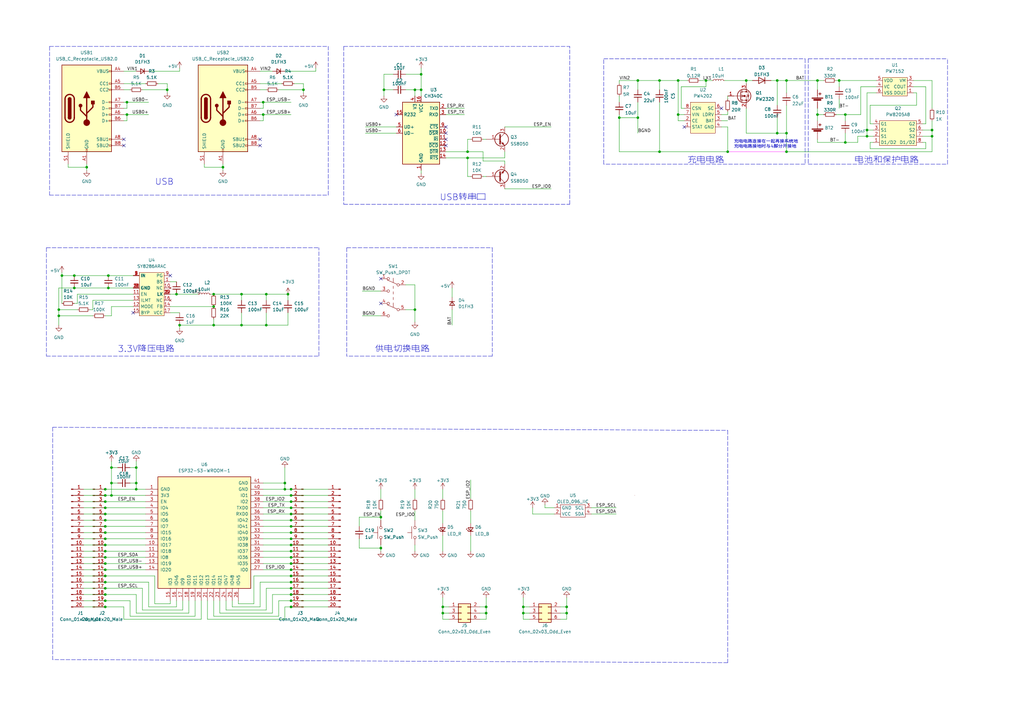
<source format=kicad_sch>
(kicad_sch (version 20211123) (generator eeschema)
  (paper "A3")
  (title_block (title "sbs3-board") (date "2022-05-23") (company "u2sb"))
  (lib_symbols
    (symbol "Connector:Conn_01x20_Male" (pin_names (offset 1.016) hide)
      (property "Reference" "J" (at 0 25.4 0))
      (property "Value" "Conn_01x20_Male" (at 0 -27.94 0))
      (symbol "Conn_01x20_Male_1_1"
        (pin passive line (at 5.08 22.86 180) (length 3.81) (name "Pin_1") (number "1"))
        (pin passive line (at 5.08 0 180) (length 3.81) (name "Pin_10") (number "10"))
        (pin passive line (at 5.08 -2.54 180) (length 3.81) (name "Pin_11") (number "11"))
        (pin passive line (at 5.08 -5.08 180) (length 3.81) (name "Pin_12") (number "12"))
        (pin passive line (at 5.08 -7.62 180) (length 3.81) (name "Pin_13") (number "13"))
        (pin passive line (at 5.08 -10.16 180) (length 3.81) (name "Pin_14") (number "14"))
        (pin passive line (at 5.08 -12.7 180) (length 3.81) (name "Pin_15") (number "15"))
        (pin passive line (at 5.08 -15.24 180) (length 3.81) (name "Pin_16") (number "16"))
        (pin passive line (at 5.08 -17.78 180) (length 3.81) (name "Pin_17") (number "17"))
        (pin passive line (at 5.08 -20.32 180) (length 3.81) (name "Pin_18") (number "18"))
        (pin passive line (at 5.08 -22.86 180) (length 3.81) (name "Pin_19") (number "19"))
        (pin passive line (at 5.08 20.32 180) (length 3.81) (name "Pin_2") (number "2"))
        (pin passive line (at 5.08 -25.4 180) (length 3.81) (name "Pin_20") (number "20"))
        (pin passive line (at 5.08 17.78 180) (length 3.81) (name "Pin_3") (number "3"))
        (pin passive line (at 5.08 15.24 180) (length 3.81) (name "Pin_4") (number "4"))
        (pin passive line (at 5.08 12.7 180) (length 3.81) (name "Pin_5") (number "5"))
        (pin passive line (at 5.08 10.16 180) (length 3.81) (name "Pin_6") (number "6"))
        (pin passive line (at 5.08 7.62 180) (length 3.81) (name "Pin_7") (number "7"))
        (pin passive line (at 5.08 5.08 180) (length 3.81) (name "Pin_8") (number "8"))
        (pin passive line (at 5.08 2.54 180) (length 3.81) (name "Pin_9") (number "9"))
      )
    )
    (symbol "Connector:USB_C_Receptacle_USB2.0" (pin_names (offset 1.016))
      (property "Reference" "J" (at -10.16 19.05 0))
      (property "Value" "USB_C_Receptacle_USB2.0" (at 19.05 19.05 0))
      (symbol "USB_C_Receptacle_USB2.0_1_1"
        (pin passive line (at 0 -22.86 90) (length 5.08) (name "GND") (number "A1"))
        (pin passive line (at 0 -22.86 90) (length 5.08) hide (name "GND") (number "A12"))
        (pin passive line (at 15.24 15.24 180) (length 5.08) (name "VBUS") (number "A4"))
        (pin bidirectional line (at 15.24 10.16 180) (length 5.08) (name "CC1") (number "A5"))
        (pin bidirectional line (at 15.24 -2.54 180) (length 5.08) (name "D+") (number "A6"))
        (pin bidirectional line (at 15.24 2.54 180) (length 5.08) (name "D-") (number "A7"))
        (pin bidirectional line (at 15.24 -12.7 180) (length 5.08) (name "SBU1") (number "A8"))
        (pin passive line (at 15.24 15.24 180) (length 5.08) hide (name "VBUS") (number "A9"))
        (pin passive line (at 0 -22.86 90) (length 5.08) hide (name "GND") (number "B1"))
        (pin passive line (at 0 -22.86 90) (length 5.08) hide (name "GND") (number "B12"))
        (pin passive line (at 15.24 15.24 180) (length 5.08) hide (name "VBUS") (number "B4"))
        (pin bidirectional line (at 15.24 7.62 180) (length 5.08) (name "CC2") (number "B5"))
        (pin bidirectional line (at 15.24 -5.08 180) (length 5.08) (name "D+") (number "B6"))
        (pin bidirectional line (at 15.24 0 180) (length 5.08) (name "D-") (number "B7"))
        (pin bidirectional line (at 15.24 -15.24 180) (length 5.08) (name "SBU2") (number "B8"))
        (pin passive line (at 15.24 15.24 180) (length 5.08) hide (name "VBUS") (number "B9"))
        (pin passive line (at -7.62 -22.86 90) (length 5.08) (name "SHIELD") (number "S1"))
      )
    )
    (symbol "Connector_Generic:Conn_02x03_Odd_Even" (pin_names (offset 1.016) hide)
      (property "Reference" "J" (at 1.27 5.08 0))
      (property "Value" "Conn_02x03_Odd_Even" (at 1.27 -5.08 0))
      (symbol "Conn_02x03_Odd_Even_1_1"
        (pin passive line (at -5.08 2.54 0) (length 3.81) (name "Pin_1") (number "1"))
        (pin passive line (at 7.62 2.54 180) (length 3.81) (name "Pin_2") (number "2"))
        (pin passive line (at -5.08 0 0) (length 3.81) (name "Pin_3") (number "3"))
        (pin passive line (at 7.62 0 180) (length 3.81) (name "Pin_4") (number "4"))
        (pin passive line (at -5.08 -2.54 0) (length 3.81) (name "Pin_5") (number "5"))
        (pin passive line (at 7.62 -2.54 180) (length 3.81) (name "Pin_6") (number "6"))
      )
    )
    (symbol "Device:Battery_Cell" (pin_numbers hide) (pin_names (offset 0) hide)
      (property "Reference" "BT" (at 2.54 2.54 0))
      (property "Value" "Battery_Cell" (at 2.54 0 0))
      (symbol "Battery_Cell_1_1"
        (pin passive line (at 0 5.08 270) (length 2.54) (name "+") (number "1"))
        (pin passive line (at 0 -2.54 90) (length 2.54) (name "-") (number "2"))
      )
    )
    (symbol "Device:C_Small" (pin_numbers hide) (pin_names (offset 0.254) hide)
      (property "Reference" "C" (at 0.254 1.778 0))
      (property "Value" "C_Small" (at 0.254 -2.032 0))
      (symbol "C_Small_1_1"
        (pin passive line (at 0 2.54 270) (length 2.032) (name "~") (number "1"))
        (pin passive line (at 0 -2.54 90) (length 2.032) (name "~") (number "2"))
      )
    )
    (symbol "Device:D" (pin_numbers hide) (pin_names (offset 1.016) hide)
      (property "Reference" "D" (at 0 2.54 0))
      (property "Value" "D" (at 0 -2.54 0))
      (symbol "D_1_1"
        (pin passive line (at -3.81 0 0) (length 2.54) (name "K") (number "1"))
        (pin passive line (at 3.81 0 180) (length 2.54) (name "A") (number "2"))
      )
    )
    (symbol "Device:D_Small" (pin_numbers hide) (pin_names (offset 0.254) hide)
      (property "Reference" "D" (at -1.27 2.032 0))
      (property "Value" "D_Small" (at -3.81 -2.032 0))
      (symbol "D_Small_1_1"
        (pin passive line (at -2.54 0 0) (length 1.778) (name "K") (number "1"))
        (pin passive line (at 2.54 0 180) (length 1.778) (name "A") (number "2"))
      )
    )
    (symbol "Device:LED_Small" (pin_numbers hide) (pin_names (offset 0.254) hide)
      (property "Reference" "D" (at -1.27 3.175 0))
      (property "Value" "LED_Small" (at -4.445 -2.54 0))
      (symbol "LED_Small_1_1"
        (pin passive line (at -2.54 0 0) (length 1.778) (name "K") (number "1"))
        (pin passive line (at 2.54 0 180) (length 1.778) (name "A") (number "2"))
      )
    )
    (symbol "Device:L_Small" (pin_numbers hide) (pin_names (offset 0.254) hide)
      (property "Reference" "L" (at 0.762 1.016 0))
      (property "Value" "L_Small" (at 0.762 -1.016 0))
      (symbol "L_Small_1_1"
        (pin passive line (at 0 2.54 270) (length 0.508) (name "~") (number "1"))
        (pin passive line (at 0 -2.54 90) (length 0.508) (name "~") (number "2"))
      )
    )
    (symbol "Device:Q_NMOS_GSD" (pin_names (offset 0) hide)
      (property "Reference" "Q" (at 5.08 1.27 0))
      (property "Value" "Q_NMOS_GSD" (at 5.08 -1.27 0))
      (symbol "Q_NMOS_GSD_1_1"
        (pin input line (at -5.08 0 0) (length 2.54) (name "G") (number "1"))
        (pin passive line (at 2.54 -5.08 90) (length 2.54) (name "S") (number "2"))
        (pin passive line (at 2.54 5.08 270) (length 2.54) (name "D") (number "3"))
      )
    )
    (symbol "Device:Q_NPN_BEC" (pin_names (offset 0) hide)
      (property "Reference" "Q" (at 5.08 1.27 0))
      (property "Value" "Q_NPN_BEC" (at 5.08 -1.27 0))
      (symbol "Q_NPN_BEC_1_1"
        (pin input line (at -5.08 0 0) (length 5.715) (name "B") (number "1"))
        (pin passive line (at 2.54 -5.08 90) (length 2.54) (name "E") (number "2"))
        (pin passive line (at 2.54 5.08 270) (length 2.54) (name "C") (number "3"))
      )
    )
    (symbol "Device:R_Small" (pin_numbers hide) (pin_names (offset 0.254) hide)
      (property "Reference" "R" (at 0.762 0.508 0))
      (property "Value" "R_Small" (at 0.762 -1.016 0))
      (symbol "R_Small_1_1"
        (pin passive line (at 0 2.54 270) (length 0.762) (name "~") (number "1"))
        (pin passive line (at 0 -2.54 90) (length 0.762) (name "~") (number "2"))
      )
    )
    (symbol "Interface_USB:CH340C"
      (property "Reference" "U" (at -5.08 13.97 0))
      (property "Value" "CH340C" (at 1.27 13.97 0))
      (symbol "CH340C_1_1"
        (pin power_in line (at 0 -15.24 90) (length 2.54) (name "GND") (number "1"))
        (pin input line (at 10.16 0 180) (length 2.54) (name "~{DSR}") (number "10"))
        (pin input line (at 10.16 -2.54 180) (length 2.54) (name "~{RI}") (number "11"))
        (pin input line (at 10.16 -5.08 180) (length 2.54) (name "~{DCD}") (number "12"))
        (pin output line (at 10.16 -7.62 180) (length 2.54) (name "~{DTR}") (number "13"))
        (pin output line (at 10.16 -10.16 180) (length 2.54) (name "~{RTS}") (number "14"))
        (pin input line (at -10.16 7.62 0) (length 2.54) (name "R232") (number "15"))
        (pin power_in line (at 0 15.24 270) (length 2.54) (name "VCC") (number "16"))
        (pin output line (at 10.16 10.16 180) (length 2.54) (name "TXD") (number "2"))
        (pin input line (at 10.16 7.62 180) (length 2.54) (name "RXD") (number "3"))
        (pin passive line (at -2.54 15.24 270) (length 2.54) (name "V3") (number "4"))
        (pin bidirectional line (at -10.16 2.54 0) (length 2.54) (name "UD+") (number "5"))
        (pin bidirectional line (at -10.16 0 0) (length 2.54) (name "UD-") (number "6"))
        (pin no_connect line (at -7.62 -7.62 0) (length 2.54) hide (name "NC") (number "7"))
        (pin no_connect line (at -7.62 -10.16 0) (length 2.54) hide (name "NC") (number "8"))
        (pin input line (at 10.16 2.54 180) (length 2.54) (name "~{CTS}") (number "9"))
      )
    )
    (symbol "Sb_Library:ESP32-S3-WROOM-1" (pin_names (offset 1.016))
      (property "Reference" "U?" (at 0 29.21 0))
      (property "Value" "ESP32-S3-WROOM-1" (at 0 26.67 0))
      (symbol "ESP32-S3-WROOM-1_1_0"
        (pin unspecified line (at -24.13 19.05 0) (length 5.08) (name "GND") (number "1"))
        (pin unspecified line (at -24.13 -3.81 0) (length 5.08) (name "IO17") (number "10"))
        (pin unspecified line (at -24.13 -6.35 0) (length 5.08) (name "IO18") (number "11"))
        (pin unspecified line (at -24.13 -8.89 0) (length 5.08) (name "IO8") (number "12"))
        (pin unspecified line (at -24.13 -11.43 0) (length 5.08) (name "IO19") (number "13"))
        (pin unspecified line (at -24.13 -13.97 0) (length 5.08) (name "IO20") (number "14"))
        (pin unspecified line (at -13.97 -26.67 90) (length 5.08) (name "IO3") (number "15"))
        (pin unspecified line (at -11.43 -26.67 90) (length 5.08) (name "IO46") (number "16"))
        (pin unspecified line (at -8.89 -26.67 90) (length 5.08) (name "IO9") (number "17"))
        (pin unspecified line (at -6.35 -26.67 90) (length 5.08) (name "IO10") (number "18"))
        (pin unspecified line (at -3.81 -26.67 90) (length 5.08) (name "IO11") (number "19"))
        (pin unspecified line (at -24.13 16.51 0) (length 5.08) (name "3V3") (number "2"))
        (pin unspecified line (at -1.27 -26.67 90) (length 5.08) (name "IO12") (number "20"))
        (pin unspecified line (at 1.27 -26.67 90) (length 5.08) (name "IO13") (number "21"))
        (pin unspecified line (at 3.81 -26.67 90) (length 5.08) (name "IO14") (number "22"))
        (pin unspecified line (at 6.35 -26.67 90) (length 5.08) (name "IO21") (number "23"))
        (pin unspecified line (at 8.89 -26.67 90) (length 5.08) (name "IO47") (number "24"))
        (pin unspecified line (at 11.43 -26.67 90) (length 5.08) (name "IO48") (number "25"))
        (pin unspecified line (at 13.97 -26.67 90) (length 5.08) (name "IO45") (number "26"))
        (pin unspecified line (at 24.13 -13.97 180) (length 5.08) (name "IO0") (number "27"))
        (pin unspecified line (at 24.13 -11.43 180) (length 5.08) (name "IO35") (number "28"))
        (pin unspecified line (at 24.13 -8.89 180) (length 5.08) (name "IO36") (number "29"))
        (pin unspecified line (at -24.13 13.97 0) (length 5.08) (name "EN") (number "3"))
        (pin unspecified line (at 24.13 -6.35 180) (length 5.08) (name "IO37") (number "30"))
        (pin unspecified line (at 24.13 -3.81 180) (length 5.08) (name "IO38") (number "31"))
        (pin unspecified line (at 24.13 -1.27 180) (length 5.08) (name "IO39") (number "32"))
        (pin unspecified line (at 24.13 1.27 180) (length 5.08) (name "IO40") (number "33"))
        (pin unspecified line (at 24.13 3.81 180) (length 5.08) (name "IO41") (number "34"))
        (pin unspecified line (at 24.13 6.35 180) (length 5.08) (name "IO42") (number "35"))
        (pin unspecified line (at 24.13 8.89 180) (length 5.08) (name "RXD0") (number "36"))
        (pin unspecified line (at 24.13 11.43 180) (length 5.08) (name "TXD0") (number "37"))
        (pin unspecified line (at 24.13 13.97 180) (length 5.08) (name "IO2") (number "38"))
        (pin unspecified line (at 24.13 16.51 180) (length 5.08) (name "IO1") (number "39"))
        (pin unspecified line (at -24.13 11.43 0) (length 5.08) (name "IO4") (number "4"))
        (pin unspecified line (at 24.13 19.05 180) (length 5.08) (name "GND") (number "40"))
        (pin unspecified line (at 24.13 21.59 180) (length 5.08) (name "GND") (number "41"))
        (pin unspecified line (at -24.13 8.89 0) (length 5.08) (name "IO5") (number "5"))
        (pin unspecified line (at -24.13 6.35 0) (length 5.08) (name "IO6") (number "6"))
        (pin unspecified line (at -24.13 3.81 0) (length 5.08) (name "IO7") (number "7"))
        (pin unspecified line (at -24.13 1.27 0) (length 5.08) (name "IO15") (number "8"))
        (pin unspecified line (at -24.13 -1.27 0) (length 5.08) (name "IO16") (number "9"))
      )
    )
    (symbol "Sb_Library:OLED_096_IIC"
      (property "Reference" "U" (at 2.54 6.35 0))
      (property "Value" "OLED_096_IIC" (at 2.54 3.81 0))
      (symbol "OLED_096_IIC_1_1"
        (pin power_in line (at -5.08 1.27 0) (length 2.54) (name "GND") (number "1"))
        (pin power_in line (at -5.08 -1.27 0) (length 2.54) (name "VCC") (number "2"))
        (pin input line (at 10.16 1.27 180) (length 2.54) (name "SCL") (number "3"))
        (pin input line (at 10.16 -1.27 180) (length 2.54) (name "SDA") (number "4"))
      )
    )
    (symbol "Sb_Library:PW4202"
      (property "Reference" "U" (at 0 10.16 0))
      (property "Value" "PW4202" (at 0 7.62 0))
      (symbol "PW4202_1_0"
        (pin output line (at -7.62 -3.81 0) (length 2.54) (name "STAT") (number "1"))
        (pin input line (at -7.62 -1.27 0) (length 2.54) (name "CE") (number "2"))
        (pin input line (at 7.62 -1.27 180) (length 2.54) (name "BAT") (number "3"))
        (pin power_in line (at 7.62 -3.81 180) (length 2.54) (name "GND") (number "4"))
        (pin output line (at 7.62 1.27 180) (length 2.54) (name "LDRV") (number "5"))
        (pin output line (at 7.62 3.81 180) (length 2.54) (name "SC") (number "6"))
        (pin power_in line (at -7.62 1.27 0) (length 2.54) (name "VIN") (number "7"))
        (pin input line (at -7.62 3.81 0) (length 2.54) (name "CSN") (number "8"))
      )
    )
    (symbol "Sb_Library:PW7152"
      (property "Reference" "U" (at 0 7.62 0))
      (property "Value" "PW7152" (at 0 5.08 0))
      (symbol "PW7152_1_1"
        (pin output line (at 7.62 -2.54 180) (length 2.54) (name "DOUT") (number "1"))
        (pin output line (at 7.62 0 180) (length 2.54) (name "COUT") (number "2"))
        (pin input line (at 7.62 2.54 180) (length 2.54) (name "VM") (number "3"))
        (pin input line (at -7.62 0 0) (length 2.54) (name "VC") (number "4"))
        (pin power_in line (at -7.62 2.54 0) (length 2.54) (name "VDD") (number "5"))
        (pin input line (at -7.62 -2.54 0) (length 2.54) (name "VSS") (number "6"))
      )
    )
    (symbol "Sb_Library:PW8205A8"
      (property "Reference" "Q" (at 0 8.89 0))
      (property "Value" "PW8205A8" (at 0 6.35 0))
      (symbol "PW8205A8_1_1"
        (pin unspecified line (at -10.16 -3.81 0) (length 2.54) (name "D1/D2") (number "1"))
        (pin unspecified line (at -10.16 -1.27 0) (length 2.54) (name "S1") (number "2"))
        (pin unspecified line (at -10.16 1.27 0) (length 2.54) (name "S1") (number "3"))
        (pin unspecified line (at -10.16 3.81 0) (length 2.54) (name "G1") (number "4"))
        (pin unspecified line (at 10.16 3.81 180) (length 2.54) (name "G2") (number "5"))
        (pin unspecified line (at 10.16 1.27 180) (length 2.54) (name "S2") (number "6"))
        (pin unspecified line (at 10.16 -1.27 180) (length 2.54) (name "S2") (number "7"))
        (pin unspecified line (at 10.16 -3.81 180) (length 2.54) (name "D1/D2") (number "8"))
      )
    )
    (symbol "Sb_Library:SY8286ARAC"
      (property "Reference" "U" (at 0 10.16 0))
      (property "Value" "SY8286ARAC" (at 0 -10.16 0))
      (symbol "SY8286ARAC_1_1"
        (pin input line (at 7.62 5.08 180) (length 2.54) (name "BS") (number "1"))
        (pin no_connect line (at 7.62 2.54 180) (length 2.54) (name "NC") (number "10"))
        (pin input line (at -7.62 0 0) (length 2.54) (name "EN") (number "11"))
        (pin input line (at -7.62 -5.08 0) (length 2.54) (name "MODE") (number "12"))
        (pin input line (at -7.62 -2.54 0) (length 2.54) (name "ILMT") (number "13"))
        (pin input line (at 7.62 -5.08 180) (length 2.54) (name "FB") (number "14"))
        (pin input line (at -7.62 -7.62 0) (length 2.54) (name "BYP") (number "15"))
        (pin no_connect line (at 7.62 -2.54 180) (length 2.54) (name "NC") (number "16"))
        (pin input line (at 7.62 -7.62 180) (length 2.54) (name "VCC") (number "17"))
        (pin power_in line (at -7.62 2.54 0) (length 2.54) (name "GND") (number "18"))
        (pin power_out line (at 7.62 0 180) (length 2.54) (name "LX") (number "19"))
        (pin power_in line (at -7.62 7.62 0) (length 2.54) (name "IN") (number "2"))
        (pin power_out line (at 7.62 0 180) (length 2.54) (name "LX") (number "20"))
        (pin power_in line (at -7.62 2.54 0) (length 2.54) (name "GND") (number "21"))
        (pin power_in line (at -7.62 7.62 0) (length 2.54) (name "IN") (number "3"))
        (pin power_in line (at -7.62 7.62 0) (length 2.54) (name "IN") (number "4"))
        (pin power_in line (at -7.62 7.62 0) (length 2.54) (name "IN") (number "5"))
        (pin input line (at 7.62 0 180) (length 2.54) (name "LX") (number "6"))
        (pin power_out line (at 7.62 0 180) (length 2.54) (name "LX") (number "6"))
        (pin power_in line (at -7.62 2.54 0) (length 2.54) (name "GND") (number "7"))
        (pin power_in line (at -7.62 2.54 0) (length 2.54) (name "GND") (number "8"))
        (pin output line (at 7.62 7.62 180) (length 2.54) (name "PG") (number "9"))
      )
    )
    (symbol "Switch:SW_Push" (pin_numbers hide) (pin_names (offset 1.016) hide)
      (property "Reference" "SW" (at 1.27 2.54 0))
      (property "Value" "SW_Push" (at 0 -1.524 0))
      (symbol "SW_Push_0_1"
        (pin passive line (at -5.08 0 0) (length 2.54) (name "1") (number "1"))
        (pin passive line (at 5.08 0 180) (length 2.54) (name "2") (number "2"))
      )
    )
    (symbol "Switch:SW_Push_DPDT" (pin_names (offset 0) hide)
      (property "Reference" "SW" (at 0 8.89 0))
      (property "Value" "SW_Push_DPDT" (at 0 -10.16 0))
      (symbol "SW_Push_DPDT_1_1"
        (pin passive line (at 5.08 7.62 180) (length 2.54) (name "A") (number "1"))
        (pin passive line (at -5.08 5.08 0) (length 2.54) (name "B") (number "2"))
        (pin passive line (at 5.08 2.54 180) (length 2.54) (name "C") (number "3"))
        (pin passive line (at 5.08 -2.54 180) (length 2.54) (name "A") (number "4"))
        (pin passive line (at -5.08 -5.08 0) (length 2.54) (name "B") (number "5"))
        (pin passive line (at 5.08 -7.62 180) (length 2.54) (name "C") (number "6"))
      )
    )
    (symbol "power:+3V3" (power) (pin_names (offset 0))
      (property "Value" "+3V3" (at 0 3.556 0))
      (symbol "+3V3_1_1"
        (pin power_in line (at 0 0 90) (length 0) hide (name "+3V3") (number "1"))
      )
    )
    (symbol "power:+5V" (power) (pin_names (offset 0))
      (property "Value" "+5V" (at 0 3.556 0))
      (symbol "+5V_1_1"
        (pin power_in line (at 0 0 90) (length 0) hide (name "+5V") (number "1"))
      )
    )
    (symbol "power:GND" (power) (pin_names (offset 0))
      (property "Value" "GND" (at 0 -3.81 0))
      (symbol "GND_1_1"
        (pin power_in line (at 0 0 270) (length 0) hide (name "GND") (number "1"))
      )
    )
  )
  (junction (at 157.48 36.83))
  (junction (at 99.06 120.65))
  (junction (at 156.21 224.79))
  (junction (at 119.38 203.2))
  (junction (at 119.38 238.76))
  (junction (at 199.39 248.92))
  (junction (at 55.88 198.12))
  (junction (at 43.18 238.76))
  (junction (at 119.38 210.82))
  (junction (at 43.18 220.98))
  (junction (at 119.38 236.22))
  (junction (at 199.39 251.46))
  (junction (at 382.27 53.34))
  (junction (at 43.18 223.52))
  (junction (at 119.38 208.28))
  (junction (at 119.38 200.66))
  (junction (at 170.18 127))
  (junction (at 181.61 248.92))
  (junction (at 119.38 220.98))
  (junction (at 43.18 241.3))
  (junction (at 43.18 218.44))
  (junction (at 43.18 205.74))
  (junction (at 109.22 133.35))
  (junction (at 55.88 191.77))
  (junction (at 382.27 55.88))
  (junction (at 30.48 113.03))
  (junction (at 119.38 246.38))
  (junction (at 322.58 33.02))
  (junction (at 119.38 228.6))
  (junction (at 214.63 251.46))
  (junction (at 43.18 213.36))
  (junction (at 87.63 125.73))
  (junction (at 298.45 62.23))
  (junction (at 118.11 120.65))
  (junction (at 24.13 129.54))
  (junction (at 322.58 62.23))
  (junction (at 318.77 33.02))
  (junction (at 73.66 133.35))
  (junction (at 44.45 113.03))
  (junction (at 30.48 118.11))
  (junction (at 346.71 46.99))
  (junction (at 344.17 33.02))
  (junction (at 43.18 236.22))
  (junction (at 181.61 251.46))
  (junction (at 25.4 113.03))
  (junction (at 119.38 223.52))
  (junction (at 45.72 198.12))
  (junction (at 232.41 248.92))
  (junction (at 43.18 248.92))
  (junction (at 43.18 200.66))
  (junction (at 55.88 200.66))
  (junction (at 72.39 120.65))
  (junction (at 172.72 30.48))
  (junction (at 43.18 208.28))
  (junction (at 270.51 33.02))
  (junction (at 91.44 68.58))
  (junction (at 355.6 55.88))
  (junction (at 87.63 133.35))
  (junction (at 119.38 233.68))
  (junction (at 119.38 218.44))
  (junction (at 322.58 54.61))
  (junction (at 335.28 33.02))
  (junction (at 119.38 248.92))
  (junction (at 289.56 33.02))
  (junction (at 261.62 48.26))
  (junction (at 191.77 62.23))
  (junction (at 52.07 46.99))
  (junction (at 43.18 215.9))
  (junction (at 278.13 46.99))
  (junction (at 270.51 62.23))
  (junction (at 172.72 36.83))
  (junction (at 107.95 46.99))
  (junction (at 254 48.26))
  (junction (at 99.06 133.35))
  (junction (at 43.18 246.38))
  (junction (at 109.22 120.65))
  (junction (at 116.84 200.66))
  (junction (at 87.63 120.65))
  (junction (at 119.38 226.06))
  (junction (at 44.45 118.11))
  (junction (at 119.38 205.74))
  (junction (at 43.18 226.06))
  (junction (at 335.28 46.99))
  (junction (at 318.77 54.61))
  (junction (at 24.13 127))
  (junction (at 306.07 33.02))
  (junction (at 170.18 36.83))
  (junction (at 156.21 212.09))
  (junction (at 43.18 203.2))
  (junction (at 45.72 203.2))
  (junction (at 261.62 33.02))
  (junction (at 119.38 231.14))
  (junction (at 119.38 215.9))
  (junction (at 119.38 243.84))
  (junction (at 43.18 243.84))
  (junction (at 43.18 228.6))
  (junction (at 68.58 36.83))
  (junction (at 278.13 33.02))
  (junction (at 45.72 191.77))
  (junction (at 43.18 210.82))
  (junction (at 124.46 36.83))
  (junction (at 346.71 58.42))
  (junction (at 35.56 68.58))
  (junction (at 43.18 231.14))
  (junction (at 355.6 53.34))
  (junction (at 119.38 241.3))
  (junction (at 232.41 251.46))
  (junction (at 107.95 41.91))
  (junction (at 214.63 248.92))
  (junction (at 191.77 64.77))
  (junction (at 43.18 233.68))
  (junction (at 116.84 198.12))
  (junction (at 119.38 213.36))
  (junction (at 52.07 41.91))
  (no_connect (at 162.56 46.99))
  (no_connect (at 280.67 52.07))
  (no_connect (at 69.85 113.03))
  (no_connect (at 182.88 54.61))
  (no_connect (at 182.88 52.07))
  (no_connect (at 50.8 57.15))
  (no_connect (at 182.88 57.15))
  (no_connect (at 54.61 128.27))
  (no_connect (at 295.91 44.45))
  (no_connect (at 106.68 59.69))
  (no_connect (at 106.68 57.15))
  (no_connect (at 50.8 59.69))
  (no_connect (at 182.88 59.69))
  (no_connect (at 156.21 124.46))
  (no_connect (at 156.21 114.3))
  (wire (pts (xy 344.17 33.02) (xy 359.41 33.02)))
  (wire (pts (xy 322.58 33.02) (xy 335.28 33.02)))
  (wire (pts (xy 379.73 50.8) (xy 378.46 50.8)))
  (wire (pts (xy 107.95 223.52) (xy 119.38 223.52)))
  (wire (pts (xy 24.13 118.11) (xy 24.13 127)))
  (wire (pts (xy 36.83 127) (xy 38.1 127)))
  (wire (pts (xy 254 33.02) (xy 261.62 33.02)))
  (wire (pts (xy 134.62 215.9) (xy 119.38 215.9)))
  (wire (pts (xy 111.76 243.84) (xy 111.76 251.46)))
  (wire (pts (xy 68.58 36.83) (xy 68.58 38.1)))
  (wire (pts (xy 355.6 55.88) (xy 358.14 55.88)))
  (wire (pts (xy 109.22 133.35) (xy 99.06 133.35)))
  (wire (pts (xy 43.18 200.66) (xy 55.88 200.66)))
  (wire (pts (xy 382.27 55.88) (xy 378.46 55.88)))
  (wire (pts (xy 134.62 238.76) (xy 119.38 238.76)))
  (polyline (pts (xy 20.32 19.05) (xy 20.32 80.01)))
  (wire (pts (xy 43.18 231.14) (xy 59.69 231.14)))
  (wire (pts (xy 298.45 46.99) (xy 298.45 45.72)))
  (wire (pts (xy 199.39 251.46) (xy 199.39 254)))
  (wire (pts (xy 346.71 54.61) (xy 346.71 58.42)))
  (wire (pts (xy 172.72 36.83) (xy 172.72 39.37)))
  (wire (pts (xy 252.73 210.82) (xy 242.57 210.82)))
  (wire (pts (xy 87.63 252.73) (xy 87.63 246.38)))
  (wire (pts (xy 43.18 210.82) (xy 59.69 210.82)))
  (wire (pts (xy 116.84 200.66) (xy 119.38 200.66)))
  (wire (pts (xy 344.17 40.64) (xy 344.17 44.45)))
  (wire (pts (xy 148.59 119.38) (xy 156.21 119.38)))
  (wire (pts (xy 34.29 236.22) (xy 43.18 236.22)))
  (wire (pts (xy 107.95 220.98) (xy 119.38 220.98)))
  (wire (pts (xy 182.88 62.23) (xy 191.77 62.23)))
  (wire (pts (xy 344.17 33.02) (xy 344.17 35.56)))
  (wire (pts (xy 53.34 36.83) (xy 50.8 36.83)))
  (wire (pts (xy 91.44 68.58) (xy 91.44 69.85)))
  (wire (pts (xy 207.01 52.07) (xy 226.06 52.07)))
  (wire (pts (xy 335.28 44.45) (xy 335.28 46.99)))
  (wire (pts (xy 134.62 241.3) (xy 119.38 241.3)))
  (wire (pts (xy 157.48 36.83) (xy 161.29 36.83)))
  (wire (pts (xy 199.39 245.11) (xy 199.39 248.92)))
  (wire (pts (xy 382.27 53.34) (xy 382.27 55.88)))
  (wire (pts (xy 27.94 67.31) (xy 27.94 68.58)))
  (wire (pts (xy 58.42 250.19) (xy 74.93 250.19)))
  (wire (pts (xy 353.06 35.56) (xy 353.06 46.99)))
  (wire (pts (xy 107.95 228.6) (xy 119.38 228.6)))
  (wire (pts (xy 69.85 120.65) (xy 72.39 120.65)))
  (wire (pts (xy 185.42 127) (xy 185.42 133.35)))
  (wire (pts (xy 35.56 68.58) (xy 35.56 69.85)))
  (wire (pts (xy 116.84 198.12) (xy 116.84 200.66)))
  (wire (pts (xy 232.41 254) (xy 229.87 254)))
  (wire (pts (xy 109.22 120.65) (xy 99.06 120.65)))
  (wire (pts (xy 278.13 49.53) (xy 278.13 46.99)))
  (wire (pts (xy 86.36 120.65) (xy 87.63 120.65)))
  (wire (pts (xy 30.48 113.03) (xy 44.45 113.03)))
  (wire (pts (xy 298.45 52.07) (xy 298.45 62.23)))
  (wire (pts (xy 53.34 191.77) (xy 55.88 191.77)))
  (polyline (pts (xy 19.05 101.6) (xy 130.81 101.6)))
  (wire (pts (xy 335.28 46.99) (xy 335.28 49.53)))
  (wire (pts (xy 232.41 248.92) (xy 232.41 251.46)))
  (wire (pts (xy 118.11 120.65) (xy 118.11 123.19)))
  (wire (pts (xy 351.79 58.42) (xy 351.79 55.88)))
  (wire (pts (xy 74.93 250.19) (xy 74.93 246.38)))
  (wire (pts (xy 214.63 248.92) (xy 217.17 248.92)))
  (polyline (pts (xy 388.62 67.31) (xy 388.62 24.13)))
  (wire (pts (xy 114.3 246.38) (xy 114.3 252.73)))
  (wire (pts (xy 99.06 120.65) (xy 87.63 120.65)))
  (wire (pts (xy 170.18 116.84) (xy 170.18 127)))
  (wire (pts (xy 99.06 128.27) (xy 99.06 133.35)))
  (wire (pts (xy 172.72 30.48) (xy 172.72 36.83)))
  (wire (pts (xy 24.13 127) (xy 31.75 127)))
  (wire (pts (xy 298.45 39.37) (xy 298.45 40.64)))
  (wire (pts (xy 134.62 208.28) (xy 119.38 208.28)))
  (wire (pts (xy 218.44 210.82) (xy 227.33 210.82)))
  (wire (pts (xy 297.18 33.02) (xy 306.07 33.02)))
  (wire (pts (xy 43.18 208.28) (xy 59.69 208.28)))
  (wire (pts (xy 182.88 64.77) (xy 191.77 64.77)))
  (wire (pts (xy 107.95 231.14) (xy 119.38 231.14)))
  (wire (pts (xy 91.44 67.31) (xy 91.44 68.58)))
  (wire (pts (xy 214.63 248.92) (xy 214.63 251.46)))
  (wire (pts (xy 166.37 36.83) (xy 170.18 36.83)))
  (wire (pts (xy 107.95 218.44) (xy 119.38 218.44)))
  (polyline (pts (xy 298.45 176.53) (xy 298.45 271.78)))
  (wire (pts (xy 107.95 205.74) (xy 119.38 205.74)))
  (wire (pts (xy 90.17 251.46) (xy 90.17 246.38)))
  (polyline (pts (xy 21.59 175.26) (xy 21.59 270.51)))
  (wire (pts (xy 355.6 53.34) (xy 358.14 53.34)))
  (wire (pts (xy 118.11 133.35) (xy 109.22 133.35)))
  (wire (pts (xy 295.91 46.99) (xy 298.45 46.99)))
  (polyline (pts (xy 134.62 80.01) (xy 134.62 19.05)))
  (wire (pts (xy 69.85 115.57) (xy 72.39 115.57)))
  (wire (pts (xy 223.52 207.01) (xy 223.52 208.28)))
  (wire (pts (xy 43.18 246.38) (xy 53.34 246.38)))
  (wire (pts (xy 106.68 49.53) (xy 107.95 49.53)))
  (wire (pts (xy 157.48 36.83) (xy 157.48 39.37)))
  (polyline (pts (xy 142.24 101.6) (xy 201.93 101.6)))
  (wire (pts (xy 134.62 243.84) (xy 119.38 243.84)))
  (wire (pts (xy 85.09 254) (xy 85.09 246.38)))
  (wire (pts (xy 116.84 200.66) (xy 107.95 200.66)))
  (polyline (pts (xy 201.93 101.6) (xy 201.93 146.05)))
  (wire (pts (xy 34.29 246.38) (xy 43.18 246.38)))
  (wire (pts (xy 59.69 34.29) (xy 50.8 34.29)))
  (wire (pts (xy 375.92 43.18) (xy 375.92 38.1)))
  (wire (pts (xy 52.07 46.99) (xy 52.07 49.53)))
  (wire (pts (xy 289.56 33.02) (xy 289.56 35.56)))
  (wire (pts (xy 99.06 120.65) (xy 99.06 123.19)))
  (wire (pts (xy 69.85 246.38) (xy 69.85 247.65)))
  (wire (pts (xy 107.95 226.06) (xy 119.38 226.06)))
  (wire (pts (xy 24.13 129.54) (xy 38.1 129.54)))
  (wire (pts (xy 34.29 218.44) (xy 43.18 218.44)))
  (polyline (pts (xy 330.2 24.13) (xy 330.2 67.31)))
  (wire (pts (xy 181.61 251.46) (xy 181.61 254)))
  (polyline (pts (xy 298.45 271.78) (xy 21.59 270.51)))
  (polyline (pts (xy 233.68 83.82) (xy 233.68 19.05)))
  (wire (pts (xy 356.87 43.18) (xy 375.92 43.18)))
  (wire (pts (xy 115.57 34.29) (xy 106.68 34.29)))
  (wire (pts (xy 207.01 67.31) (xy 207.01 66.04)))
  (wire (pts (xy 156.21 212.09) (xy 147.32 212.09)))
  (wire (pts (xy 335.28 46.99) (xy 337.82 46.99)))
  (wire (pts (xy 261.62 33.02) (xy 261.62 36.83)))
  (wire (pts (xy 38.1 123.19) (xy 54.61 123.19)))
  (wire (pts (xy 43.18 203.2) (xy 45.72 203.2)))
  (wire (pts (xy 106.68 248.92) (xy 95.25 248.92)))
  (wire (pts (xy 191.77 57.15) (xy 193.04 57.15)))
  (wire (pts (xy 55.88 191.77) (xy 55.88 189.23)))
  (wire (pts (xy 261.62 48.26) (xy 254 48.26)))
  (wire (pts (xy 118.11 128.27) (xy 118.11 133.35)))
  (wire (pts (xy 199.39 254) (xy 196.85 254)))
  (wire (pts (xy 55.88 198.12) (xy 55.88 191.77)))
  (wire (pts (xy 34.29 226.06) (xy 43.18 226.06)))
  (wire (pts (xy 34.29 223.52) (xy 43.18 223.52)))
  (wire (pts (xy 44.45 118.11) (xy 54.61 118.11)))
  (wire (pts (xy 193.04 219.71) (xy 193.04 226.06)))
  (wire (pts (xy 107.95 41.91) (xy 107.95 44.45)))
  (wire (pts (xy 280.67 49.53) (xy 278.13 49.53)))
  (polyline (pts (xy 201.93 146.05) (xy 142.24 146.05)))
  (wire (pts (xy 114.3 36.83) (xy 124.46 36.83)))
  (wire (pts (xy 107.95 198.12) (xy 116.84 198.12)))
  (wire (pts (xy 322.58 54.61) (xy 318.77 54.61)))
  (wire (pts (xy 318.77 48.26) (xy 318.77 54.61)))
  (wire (pts (xy 106.68 44.45) (xy 107.95 44.45)))
  (wire (pts (xy 156.21 209.55) (xy 156.21 212.09)))
  (wire (pts (xy 43.18 129.54) (xy 45.72 129.54)))
  (wire (pts (xy 34.29 233.68) (xy 43.18 233.68)))
  (wire (pts (xy 134.62 246.38) (xy 119.38 246.38)))
  (wire (pts (xy 181.61 248.92) (xy 184.15 248.92)))
  (wire (pts (xy 43.18 220.98) (xy 59.69 220.98)))
  (wire (pts (xy 207.01 66.04) (xy 198.12 66.04)))
  (polyline (pts (xy 21.59 175.26) (xy 298.45 176.53)))
  (wire (pts (xy 359.41 35.56) (xy 353.06 35.56)))
  (wire (pts (xy 261.62 33.02) (xy 270.51 33.02)))
  (wire (pts (xy 306.07 33.02) (xy 308.61 33.02)))
  (wire (pts (xy 119.38 236.22) (xy 104.14 236.22)))
  (wire (pts (xy 306.07 44.45) (xy 306.07 54.61)))
  (wire (pts (xy 30.48 124.46) (xy 31.75 124.46)))
  (wire (pts (xy 134.62 200.66) (xy 119.38 200.66)))
  (wire (pts (xy 83.82 68.58) (xy 91.44 68.58)))
  (wire (pts (xy 374.65 35.56) (xy 379.73 35.56)))
  (wire (pts (xy 198.12 66.04) (xy 198.12 62.23)))
  (wire (pts (xy 63.5 236.22) (xy 63.5 247.65)))
  (wire (pts (xy 107.95 215.9) (xy 119.38 215.9)))
  (wire (pts (xy 43.18 218.44) (xy 59.69 218.44)))
  (wire (pts (xy 55.88 29.21) (xy 50.8 29.21)))
  (wire (pts (xy 289.56 33.02) (xy 292.1 33.02)))
  (wire (pts (xy 196.85 251.46) (xy 199.39 251.46)))
  (wire (pts (xy 335.28 58.42) (xy 346.71 58.42)))
  (wire (pts (xy 109.22 120.65) (xy 109.22 123.19)))
  (wire (pts (xy 109.22 250.19) (xy 92.71 250.19)))
  (wire (pts (xy 134.62 226.06) (xy 119.38 226.06)))
  (wire (pts (xy 25.4 111.76) (xy 25.4 113.03)))
  (wire (pts (xy 207.01 62.23) (xy 207.01 64.77)))
  (wire (pts (xy 134.62 205.74) (xy 119.38 205.74)))
  (wire (pts (xy 82.55 254) (xy 82.55 246.38)))
  (wire (pts (xy 298.45 62.23) (xy 322.58 62.23)) (stroke (width 0) (color 255 44 253 1)))
  (wire (pts (xy 254 62.23) (xy 254 48.26)))
  (wire (pts (xy 34.29 241.3) (xy 43.18 241.3)))
  (wire (pts (xy 156.21 224.79) (xy 156.21 226.06)))
  (wire (pts (xy 252.73 208.28) (xy 242.57 208.28)))
  (wire (pts (xy 379.73 35.56) (xy 379.73 50.8)))
  (wire (pts (xy 83.82 67.31) (xy 83.82 68.58)))
  (polyline (pts (xy 247.65 67.31) (xy 247.65 24.13)))
  (wire (pts (xy 52.07 41.91) (xy 50.8 41.91)))
  (polyline (pts (xy 20.32 80.01) (xy 134.62 80.01)))
  (wire (pts (xy 73.66 29.21) (xy 73.66 27.94)))
  (polyline (pts (xy 331.47 24.13) (xy 388.62 24.13)))
  (wire (pts (xy 58.42 36.83) (xy 68.58 36.83)))
  (wire (pts (xy 124.46 36.83) (xy 124.46 38.1)))
  (wire (pts (xy 181.61 200.66) (xy 181.61 204.47)))
  (wire (pts (xy 107.95 213.36) (xy 119.38 213.36)))
  (wire (pts (xy 134.62 248.92) (xy 119.38 248.92)))
  (wire (pts (xy 104.14 247.65) (xy 97.79 247.65)))
  (wire (pts (xy 198.12 72.39) (xy 199.39 72.39)))
  (wire (pts (xy 322.58 43.18) (xy 322.58 54.61)))
  (wire (pts (xy 72.39 120.65) (xy 81.28 120.65)))
  (wire (pts (xy 97.79 246.38) (xy 97.79 247.65)))
  (wire (pts (xy 50.8 248.92) (xy 50.8 254)))
  (wire (pts (xy 34.29 205.74) (xy 43.18 205.74)))
  (wire (pts (xy 134.62 218.44) (xy 119.38 218.44)))
  (wire (pts (xy 351.79 55.88) (xy 355.6 55.88)))
  (wire (pts (xy 278.13 46.99) (xy 280.67 46.99)))
  (wire (pts (xy 30.48 118.11) (xy 44.45 118.11)))
  (wire (pts (xy 232.41 251.46) (xy 232.41 254)))
  (wire (pts (xy 193.04 209.55) (xy 193.04 214.63)))
  (wire (pts (xy 24.13 127) (xy 24.13 129.54)))
  (wire (pts (xy 43.18 223.52) (xy 59.69 223.52)))
  (wire (pts (xy 254 62.23) (xy 270.51 62.23)))
  (wire (pts (xy 172.72 27.94) (xy 172.72 30.48)))
  (wire (pts (xy 353.06 46.99) (xy 346.71 46.99)))
  (wire (pts (xy 38.1 127) (xy 38.1 123.19)))
  (wire (pts (xy 107.95 233.68) (xy 119.38 233.68)))
  (wire (pts (xy 73.66 134.62) (xy 73.66 133.35)))
  (polyline (pts (xy 19.05 146.05) (xy 130.81 146.05)))
  (wire (pts (xy 134.62 236.22) (xy 119.38 236.22)))
  (polyline (pts (xy 140.97 19.05) (xy 140.97 83.82)))
  (wire (pts (xy 170.18 36.83) (xy 172.72 36.83)))
  (wire (pts (xy 134.62 213.36) (xy 119.38 213.36)))
  (wire (pts (xy 207.01 64.77) (xy 191.77 64.77)))
  (wire (pts (xy 355.6 38.1) (xy 355.6 53.34)))
  (wire (pts (xy 185.42 118.11) (xy 185.42 121.92)))
  (wire (pts (xy 107.95 203.2) (xy 119.38 203.2)))
  (wire (pts (xy 43.18 238.76) (xy 60.96 238.76)))
  (wire (pts (xy 322.58 54.61) (xy 322.58 62.23)))
  (wire (pts (xy 43.18 241.3) (xy 58.42 241.3)))
  (wire (pts (xy 156.21 223.52) (xy 156.21 224.79)))
  (wire (pts (xy 60.96 248.92) (xy 72.39 248.92)))
  (wire (pts (xy 156.21 212.09) (xy 156.21 213.36)))
  (wire (pts (xy 134.62 220.98) (xy 119.38 220.98)))
  (polyline (pts (xy 247.65 24.13) (xy 330.2 24.13)))
  (wire (pts (xy 68.58 34.29) (xy 68.58 36.83)))
  (wire (pts (xy 34.29 231.14) (xy 43.18 231.14)))
  (wire (pts (xy 106.68 238.76) (xy 106.68 248.92)))
  (wire (pts (xy 63.5 247.65) (xy 69.85 247.65)))
  (wire (pts (xy 116.84 248.92) (xy 116.84 254)))
  (wire (pts (xy 92.71 250.19) (xy 92.71 246.38)))
  (wire (pts (xy 34.29 203.2) (xy 43.18 203.2)))
  (wire (pts (xy 162.56 52.07) (xy 149.86 52.07)))
  (wire (pts (xy 43.18 248.92) (xy 50.8 248.92)))
  (wire (pts (xy 356.87 50.8) (xy 356.87 43.18)))
  (wire (pts (xy 279.4 35.56) (xy 279.4 44.45)))
  (wire (pts (xy 356.87 58.42) (xy 356.87 60.96)))
  (wire (pts (xy 181.61 209.55) (xy 181.61 214.63)))
  (wire (pts (xy 166.37 30.48) (xy 172.72 30.48)))
  (wire (pts (xy 109.22 241.3) (xy 109.22 250.19)))
  (wire (pts (xy 109.22 36.83) (xy 106.68 36.83)))
  (wire (pts (xy 196.85 248.92) (xy 199.39 248.92)))
  (wire (pts (xy 55.88 243.84) (xy 55.88 251.46)))
  (wire (pts (xy 107.95 208.28) (xy 119.38 208.28)))
  (wire (pts (xy 170.18 209.55) (xy 170.18 213.36)))
  (wire (pts (xy 279.4 35.56) (xy 289.56 35.56)))
  (wire (pts (xy 45.72 191.77) (xy 45.72 198.12)))
  (wire (pts (xy 45.72 198.12) (xy 48.26 198.12)))
  (wire (pts (xy 116.84 29.21) (xy 129.54 29.21)))
  (wire (pts (xy 172.72 69.85) (xy 172.72 71.12)))
  (wire (pts (xy 31.75 120.65) (xy 54.61 120.65)))
  (wire (pts (xy 45.72 189.23) (xy 45.72 191.77)))
  (wire (pts (xy 379.73 60.96) (xy 379.73 58.42)))
  (wire (pts (xy 134.62 210.82) (xy 119.38 210.82)))
  (wire (pts (xy 43.18 233.68) (xy 59.69 233.68)))
  (wire (pts (xy 31.75 124.46) (xy 31.75 120.65)))
  (wire (pts (xy 119.38 246.38) (xy 114.3 246.38)))
  (wire (pts (xy 199.39 248.92) (xy 199.39 251.46)))
  (polyline (pts (xy 19.05 101.6) (xy 19.05 146.05)))
  (wire (pts (xy 45.72 203.2) (xy 59.69 203.2)))
  (wire (pts (xy 34.29 220.98) (xy 43.18 220.98)))
  (wire (pts (xy 182.88 46.99) (xy 190.5 46.99)))
  (wire (pts (xy 170.18 223.52) (xy 170.18 226.06)))
  (wire (pts (xy 375.92 38.1) (xy 374.65 38.1)))
  (wire (pts (xy 116.84 191.77) (xy 116.84 198.12)))
  (wire (pts (xy 24.13 129.54) (xy 24.13 133.35)))
  (wire (pts (xy 218.44 208.28) (xy 218.44 210.82)))
  (wire (pts (xy 232.41 245.11) (xy 232.41 248.92)))
  (wire (pts (xy 119.38 46.99) (xy 107.95 46.99)))
  (wire (pts (xy 295.91 49.53) (xy 298.45 49.53)))
  (wire (pts (xy 64.77 34.29) (xy 68.58 34.29)))
  (wire (pts (xy 25.4 113.03) (xy 25.4 124.46)))
  (polyline (pts (xy 331.47 67.31) (xy 388.62 67.31)))
  (wire (pts (xy 107.95 46.99) (xy 107.95 49.53)))
  (wire (pts (xy 182.88 44.45) (xy 190.5 44.45)))
  (wire (pts (xy 72.39 246.38) (xy 72.39 248.92)))
  (polyline (pts (xy 331.47 24.13) (xy 331.47 67.31)))
  (wire (pts (xy 295.91 52.07) (xy 298.45 52.07)))
  (wire (pts (xy 134.62 223.52) (xy 119.38 223.52)))
  (wire (pts (xy 43.18 228.6) (xy 59.69 228.6)))
  (wire (pts (xy 270.51 33.02) (xy 278.13 33.02)))
  (wire (pts (xy 53.34 252.73) (xy 80.01 252.73)))
  (wire (pts (xy 261.62 41.91) (xy 261.62 48.26)))
  (wire (pts (xy 148.59 129.54) (xy 156.21 129.54)))
  (wire (pts (xy 147.32 220.98) (xy 147.32 224.79)))
  (wire (pts (xy 191.77 57.15) (xy 191.77 62.23)))
  (wire (pts (xy 254 48.26) (xy 254 46.99)))
  (wire (pts (xy 254 33.02) (xy 254 34.29)))
  (wire (pts (xy 346.71 58.42) (xy 351.79 58.42)))
  (wire (pts (xy 223.52 208.28) (xy 227.33 208.28)))
  (wire (pts (xy 156.21 200.66) (xy 156.21 204.47)))
  (wire (pts (xy 95.25 248.92) (xy 95.25 246.38)))
  (wire (pts (xy 107.95 46.99) (xy 106.68 46.99)))
  (wire (pts (xy 270.51 62.23) (xy 298.45 62.23)))
  (wire (pts (xy 270.51 41.91) (xy 270.51 62.23)))
  (wire (pts (xy 322.58 62.23) (xy 382.27 62.23)))
  (wire (pts (xy 118.11 120.65) (xy 109.22 120.65)))
  (wire (pts (xy 147.32 212.09) (xy 147.32 215.9)))
  (wire (pts (xy 214.63 251.46) (xy 214.63 254)))
  (wire (pts (xy 134.62 231.14) (xy 119.38 231.14)))
  (wire (pts (xy 342.9 46.99) (xy 346.71 46.99)))
  (wire (pts (xy 270.51 33.02) (xy 270.51 36.83)))
  (wire (pts (xy 129.54 29.21) (xy 129.54 27.94)))
  (wire (pts (xy 318.77 33.02) (xy 318.77 43.18)))
  (wire (pts (xy 45.72 129.54) (xy 45.72 125.73)))
  (wire (pts (xy 60.96 29.21) (xy 73.66 29.21)))
  (wire (pts (xy 134.62 233.68) (xy 119.38 233.68)))
  (wire (pts (xy 24.13 118.11) (xy 30.48 118.11)))
  (wire (pts (xy 50.8 49.53) (xy 52.07 49.53)))
  (wire (pts (xy 60.96 41.91) (xy 52.07 41.91)))
  (wire (pts (xy 69.85 128.27) (xy 73.66 128.27)))
  (wire (pts (xy 161.29 30.48) (xy 157.48 30.48)))
  (polyline (pts (xy 130.81 146.05) (xy 130.81 101.6)))
  (wire (pts (xy 119.38 248.92) (xy 116.84 248.92)))
  (wire (pts (xy 34.29 248.92) (xy 43.18 248.92)))
  (wire (pts (xy 107.95 41.91) (xy 106.68 41.91)))
  (wire (pts (xy 34.29 208.28) (xy 43.18 208.28)))
  (wire (pts (xy 198.12 62.23) (xy 191.77 62.23)))
  (wire (pts (xy 157.48 30.48) (xy 157.48 36.83)))
  (wire (pts (xy 382.27 55.88) (xy 382.27 62.23)))
  (wire (pts (xy 53.34 198.12) (xy 55.88 198.12)))
  (wire (pts (xy 214.63 251.46) (xy 217.17 251.46)))
  (wire (pts (xy 35.56 67.31) (xy 35.56 68.58)))
  (wire (pts (xy 119.38 41.91) (xy 107.95 41.91)))
  (wire (pts (xy 87.63 130.81) (xy 87.63 133.35)))
  (wire (pts (xy 229.87 248.92) (xy 232.41 248.92)))
  (wire (pts (xy 162.56 54.61) (xy 149.86 54.61)))
  (wire (pts (xy 207.01 77.47) (xy 226.06 77.47)))
  (wire (pts (xy 55.88 200.66) (xy 55.88 198.12)))
  (wire (pts (xy 335.28 57.15) (xy 335.28 58.42)))
  (wire (pts (xy 53.34 246.38) (xy 53.34 252.73)))
  (wire (pts (xy 34.29 210.82) (xy 43.18 210.82)))
  (wire (pts (xy 55.88 251.46) (xy 77.47 251.46)))
  (wire (pts (xy 166.37 127) (xy 170.18 127)))
  (wire (pts (xy 181.61 248.92) (xy 181.61 251.46)))
  (wire (pts (xy 134.62 228.6) (xy 119.38 228.6)))
  (wire (pts (xy 114.3 252.73) (xy 87.63 252.73)))
  (wire (pts (xy 342.9 33.02) (xy 344.17 33.02)))
  (wire (pts (xy 134.62 203.2) (xy 119.38 203.2)))
  (wire (pts (xy 181.61 254) (xy 184.15 254)))
  (wire (pts (xy 43.18 215.9) (xy 59.69 215.9)))
  (wire (pts (xy 322.58 33.02) (xy 322.58 38.1)))
  (wire (pts (xy 382.27 49.53) (xy 382.27 53.34)))
  (wire (pts (xy 358.14 50.8) (xy 356.87 50.8)))
  (polyline (pts (xy 20.32 19.05) (xy 134.62 19.05)))
  (wire (pts (xy 379.73 58.42) (xy 378.46 58.42)))
  (wire (pts (xy 191.77 72.39) (xy 193.04 72.39)))
  (wire (pts (xy 111.76 29.21) (xy 106.68 29.21)))
  (wire (pts (xy 45.72 191.77) (xy 48.26 191.77)))
  (wire (pts (xy 52.07 41.91) (xy 52.07 44.45)))
  (wire (pts (xy 335.28 33.02) (xy 337.82 33.02)))
  (wire (pts (xy 43.18 213.36) (xy 59.69 213.36)))
  (wire (pts (xy 120.65 34.29) (xy 124.46 34.29)))
  (wire (pts (xy 107.95 210.82) (xy 119.38 210.82)))
  (wire (pts (xy 87.63 133.35) (xy 73.66 133.35)))
  (polyline (pts (xy 142.24 101.6) (xy 142.24 146.05)))
  (wire (pts (xy 193.04 196.85) (xy 193.04 204.47)))
  (wire (pts (xy 214.63 245.11) (xy 214.63 248.92)))
  (wire (pts (xy 261.62 48.26) (xy 261.62 54.61)))
  (wire (pts (xy 34.29 215.9) (xy 43.18 215.9)))
  (wire (pts (xy 335.28 33.02) (xy 335.28 36.83)))
  (wire (pts (xy 316.23 33.02) (xy 318.77 33.02)))
  (wire (pts (xy 170.18 36.83) (xy 170.18 39.37)))
  (polyline (pts (xy 140.97 83.82) (xy 233.68 83.82)))
  (wire (pts (xy 378.46 53.34) (xy 382.27 53.34)))
  (wire (pts (xy 25.4 113.03) (xy 30.48 113.03)))
  (wire (pts (xy 59.69 200.66) (xy 55.88 200.66)))
  (wire (pts (xy 124.46 34.29) (xy 124.46 36.83)))
  (wire (pts (xy 278.13 33.02) (xy 278.13 46.99)))
  (wire (pts (xy 34.29 243.84) (xy 43.18 243.84)))
  (wire (pts (xy 214.63 254) (xy 217.17 254)))
  (polyline (pts (xy 140.97 19.05) (xy 233.68 19.05)))
  (wire (pts (xy 44.45 113.03) (xy 54.61 113.03)))
  (wire (pts (xy 50.8 44.45) (xy 52.07 44.45)))
  (wire (pts (xy 43.18 226.06) (xy 59.69 226.06)))
  (wire (pts (xy 60.96 46.99) (xy 52.07 46.99)))
  (wire (pts (xy 58.42 241.3) (xy 58.42 250.19)))
  (wire (pts (xy 181.61 245.11) (xy 181.61 248.92)))
  (wire (pts (xy 355.6 53.34) (xy 355.6 55.88)))
  (wire (pts (xy 191.77 64.77) (xy 191.77 72.39)))
  (wire (pts (xy 111.76 251.46) (xy 90.17 251.46)))
  (wire (pts (xy 69.85 125.73) (xy 87.63 125.73)))
  (wire (pts (xy 198.12 57.15) (xy 199.39 57.15)))
  (wire (pts (xy 119.38 241.3) (xy 109.22 241.3)))
  (wire (pts (xy 43.18 205.74) (xy 59.69 205.74)))
  (wire (pts (xy 229.87 251.46) (xy 232.41 251.46)))
  (wire (pts (xy 382.27 33.02) (xy 382.27 44.45)))
  (wire (pts (xy 346.71 46.99) (xy 346.71 49.53)))
  (wire (pts (xy 119.38 238.76) (xy 106.68 238.76)))
  (wire (pts (xy 254 39.37) (xy 254 41.91)))
  (wire (pts (xy 99.06 133.35) (xy 87.63 133.35)))
  (wire (pts (xy 374.65 33.02) (xy 382.27 33.02)))
  (wire (pts (xy 104.14 236.22) (xy 104.14 247.65)))
  (wire (pts (xy 116.84 254) (xy 85.09 254)))
  (wire (pts (xy 359.41 38.1) (xy 355.6 38.1)))
  (wire (pts (xy 34.29 213.36) (xy 43.18 213.36)))
  (wire (pts (xy 318.77 54.61) (xy 306.07 54.61)))
  (wire (pts (xy 280.67 44.45) (xy 279.4 44.45)))
  (wire (pts (xy 43.18 243.84) (xy 55.88 243.84)))
  (wire (pts (xy 181.61 219.71) (xy 181.61 226.06)))
  (wire (pts (xy 34.29 200.66) (xy 43.18 200.66)))
  (wire (pts (xy 181.61 251.46) (xy 184.15 251.46)))
  (wire (pts (xy 50.8 254) (xy 82.55 254)))
  (wire (pts (xy 34.29 238.76) (xy 43.18 238.76)))
  (wire (pts (xy 358.14 58.42) (xy 356.87 58.42)))
  (wire (pts (xy 60.96 238.76) (xy 60.96 248.92)))
  (wire (pts (xy 52.07 46.99) (xy 50.8 46.99)))
  (wire (pts (xy 278.13 33.02) (xy 281.94 33.02)))
  (polyline (pts (xy 330.2 67.31) (xy 247.65 67.31)))
  (wire (pts (xy 119.38 243.84) (xy 111.76 243.84)))
  (wire (pts (xy 170.18 200.66) (xy 170.18 204.47)))
  (wire (pts (xy 147.32 224.79) (xy 156.21 224.79)))
  (wire (pts (xy 287.02 33.02) (xy 289.56 33.02)))
  (wire (pts (xy 318.77 33.02) (xy 322.58 33.02)))
  (wire (pts (xy 166.37 116.84) (xy 170.18 116.84)))
  (wire (pts (xy 80.01 252.73) (xy 80.01 246.38)))
  (wire (pts (xy 170.18 127) (xy 170.18 132.08)))
  (wire (pts (xy 27.94 68.58) (xy 35.56 68.58)))
  (wire (pts (xy 45.72 198.12) (xy 45.72 203.2)))
  (wire (pts (xy 306.07 33.02) (xy 306.07 34.29)))
  (wire (pts (xy 356.87 60.96) (xy 379.73 60.96)))
  (wire (pts (xy 109.22 128.27) (xy 109.22 133.35)))
  (wire (pts (xy 43.18 236.22) (xy 63.5 236.22)))
  (wire (pts (xy 34.29 228.6) (xy 43.18 228.6)))
  (wire (pts (xy 77.47 251.46) (xy 77.47 246.38)))
  (wire (pts (xy 45.72 125.73) (xy 54.61 125.73)))
  (text "3.3V降压电路" (at 48.26 144.78 0) (effects (font (size 2.54 2.54)) (justify left bottom)))
  (text "电池和保护电路\n" (at 350.52 67.31 0) (effects (font (size 2.54 2.54)) (justify left bottom)))
  (text "充电电路连接在一起再接系统地\n充电电路接地时与4脚分开接地" (at 300.99 60.96 0) (effects (font (size 1.27 1.27)) (justify left bottom)))
  (text "USB转串口" (at 180.34 82.55 0) (effects (font (size 2.54 2.54)) (justify left bottom)))
  (text "充电电路" (at 281.94 67.31 0) (effects (font (size 2.54 2.54)) (justify left bottom)))
  (text "USB" (at 63.5 76.2 0) (effects (font (size 2.54 2.54)) (justify left bottom)))
  (text "供电切换电路" (at 153.67 144.78 0) (effects (font (size 2.54 2.54)) (justify left bottom)))
  (label "ESP_TX" (at 116.84 208.28 180))
  (label "ESP_RX" (at 190.5 44.45 180))
  (label "ESP_EN" (at 156.21 212.09 180))
  (label "VIN2" (at 106.68 29.21 0))
  (label "USB0-" (at 149.86 54.61 0))
  (label "ESP_SDA" (at 48.26 228.6 0))
  (label "ESP_EN" (at 48.26 205.74 0))
  (label "LX2" (at 78.74 120.65 0))
  (label "BGND" (at 148.59 129.54 0))
  (label "ESP_IO0" (at 116.84 233.68 180))
  (label "USB0+" (at 149.86 52.07 0))
  (label "ESP_IO2" (at 193.04 196.85 270))
  (label "BAT" (at 326.39 33.02 0))
  (label "ESP_IO2" (at 116.84 205.74 180))
  (label "ESP_SCL" (at 252.73 208.28 180))
  (label "ESP_TX" (at 190.5 46.99 180))
  (label "BT-" (at 344.17 44.45 0))
  (label "ESP_SCL" (at 48.26 241.3 0))
  (label "ESP_USB-" (at 48.26 231.14 0))
  (label "VIN2" (at 254 33.02 0))
  (label "BGND" (at 261.62 54.61 0))
  (label "VIN1" (at 52.07 29.21 0))
  (label "ESP_SDA" (at 252.73 210.82 180))
  (label "BT-" (at 340.36 58.42 0))
  (label "USB0-" (at 60.96 41.91 180))
  (label "USB0+" (at 60.96 46.99 180))
  (label "ESP_USB+" (at 119.38 46.99 180))
  (label "ESP_IO0" (at 170.18 212.09 180))
  (label "ESP_USB-" (at 119.38 41.91 180))
  (label "BAT" (at 185.42 133.35 90))
  (label "ESP_RX" (at 116.84 210.82 180))
  (label "ESP_EN" (at 226.06 52.07 180))
  (label "ESP_IO0" (at 226.06 77.47 180))
  (label "LX1" (at 288.29 33.02 0))
  (label "BGND" (at 148.59 119.38 0))
  (label "ESP_USB+" (at 48.26 233.68 0))
  (label "BAT" (at 298.45 49.53 0))
  (symbol (lib_id "Device:R_Small") (at 195.58 57.15 270) (unit 1)
    (property "Reference" "R11" (at 195.58 52.07 90))
    (property "Value" "10K" (at 195.58 54.61 90))
    (property "Footprint" "Resistor_SMD:R_0805_2012Metric" (effects hide))
  )
  (symbol (lib_id "Device:C_Small") (at 270.51 39.37 0) (unit 1)
    (property "Reference" "C5" (at 276.0386 39.37 90))
    (property "Value" "100nF" (at 273.2635 39.37 90))
    (property "Footprint" "Capacitor_SMD:C_0805_2012Metric" (effects hide))
  )
  (symbol (lib_id "Device:R_Small") (at 111.76 36.83 90) (mirror x) (unit 1)
    (property "Reference" "R6" (at 111.76 31.75 90))
    (property "Value" "5.1K" (at 111.76 34.29 90))
    (property "Footprint" "Resistor_SMD:R_0805_2012Metric" (effects hide))
  )
  (symbol (lib_id "Device:C_Small") (at 118.11 125.73 0) (unit 1)
    (property "Reference" "C15" (at 120.65 124.4662 0) (effects (justify left)))
    (property "Value" "100uF" (at 120.65 127.0062 0) (effects (justify left)))
    (property "Footprint" "Capacitor_SMD:CP_Elec_6.3x5.4" (effects hide))
  )
  (symbol (lib_id "Sb_Library:PW7152") (at 367.03 35.56 0) (unit 1)
    (property "Reference" "U1" (at 367.03 26.67 0))
    (property "Value" "PW7152" (at 367.03 29.21 0))
    (property "Footprint" "Package_TO_SOT_SMD:SOT-23-6" (effects hide))
    (property "Datasheet" "https://www.pwchip.com/product/PW7152-319.html" (effects hide))
  )
  (symbol (lib_id "Device:R_Small") (at 170.18 207.01 0) (unit 1)
    (property "Reference" "R19" (at 165.1 207.01 90))
    (property "Value" "10K" (at 167.64 207.01 90))
    (property "Footprint" "Resistor_SMD:R_0805_2012Metric" (effects hide))
  )
  (symbol (lib_id "power:+5V") (at 25.4 111.76 0) (unit 1)
    (property "Reference" "#PWR0101" (effects hide))
    (property "Value" "+5V" (at 20.447 110.969 0) (effects (justify left)))
  )
  (symbol (lib_id "power:GND") (at 232.41 245.11 0) (mirror x) (unit 1)
    (property "Reference" "#PWR033" (effects hide))
    (property "Value" "GND" (at 232.41 241.5055 0))
  )
  (symbol (lib_id "Device:C_Small") (at 50.8 198.12 90) (unit 1)
    (property "Reference" "C18" (at 50.8 194.31 90))
    (property "Value" "100nF" (at 50.8 195.58 90))
    (property "Footprint" "Capacitor_SMD:C_0805_2012Metric" (effects hide))
  )
  (symbol (lib_id "power:GND") (at 68.58 38.1 0) (unit 1)
    (property "Reference" "#PWR05" (effects hide))
    (property "Value" "GND" (at 68.58 43.18 0))
  )
  (symbol (lib_id "Device:C_Small") (at 254 44.45 180) (unit 1)
    (property "Reference" "C7" (at 256.3241 43.5415 0) (effects (justify right)))
    (property "Value" "10uF" (at 256.3241 46.3166 0) (effects (justify right)))
    (property "Footprint" "Capacitor_SMD:C_0805_2012Metric" (effects hide))
  )
  (symbol (lib_id "Device:Q_NPN_BEC") (at 204.47 57.15 0) (unit 1)
    (property "Reference" "Q3" (at 209.3214 56.2415 0) (effects (justify left)))
    (property "Value" "SS8050" (at 209.3214 59.0166 0) (effects (justify left)))
    (property "Footprint" "Package_TO_SOT_SMD:SOT-23" (effects hide))
  )
  (symbol (lib_id "Connector:Conn_01x20_Male") (at 38.1 223.52 0) (unit 1)
    (property "Reference" "J2" (at 41.91 251.46 0))
    (property "Value" "Conn_01x20_Male" (at 41.91 254 0))
    (property "Footprint" "Connector_PinHeader_2.54mm:PinHeader_1x20_P2.54mm_Vertical" (effects hide))
  )
  (symbol (lib_id "Sb_Library:ESP32-S3-WROOM-1") (at 83.82 219.71 0) (unit 1)
    (property "Reference" "U6" (at 83.82 190.5 0))
    (property "Value" "ESP32-S3-WROOM-1" (at 83.82 193.04 0))
    (property "Footprint" "SB_Library:ESP32-S3-WROOM-1" (effects hide))
    (property "Datasheet" "https://www.espressif.com/sites/default/files/documentation/esp32-s3-wroom-1_wroom-1u_datasheet_cn.pdf" (effects hide))
  )
  (symbol (lib_id "Device:C_Small") (at 50.8 191.77 90) (unit 1)
    (property "Reference" "C17" (at 50.8 187.96 90))
    (property "Value" "10uF" (at 50.8 189.23 90))
    (property "Footprint" "Capacitor_SMD:C_0805_2012Metric" (effects hide))
  )
  (symbol (lib_id "Device:C_Small") (at 322.58 40.64 180) (unit 1)
    (property "Reference" "C6" (at 324.9041 39.7315 0) (effects (justify right)))
    (property "Value" "22uF" (at 324.9041 42.5066 0) (effects (justify right)))
    (property "Footprint" "Capacitor_SMD:C_0805_2012Metric" (effects hide))
  )
  (symbol (lib_id "Switch:SW_Push") (at 156.21 218.44 90) (unit 1)
    (property "Reference" "SW2" (at 157.353 217.5315 90) (effects (justify right)))
    (property "Value" "SW_Push" (at 157.353 220.3066 90) (effects (justify right)))
    (property "Footprint" "Button_Switch_SMD:SW_SPST_CK_RS282G05A3" (effects hide))
  )
  (symbol (lib_id "Device:R_Small") (at 284.48 33.02 270) (unit 1)
    (property "Reference" "R1" (at 284.48 28.3169 90))
    (property "Value" "0.12R" (at 284.48 31.092 90))
    (property "Footprint" "Resistor_SMD:R_2512_6332Metric" (effects hide))
  )
  (symbol (lib_id "power:GND") (at 181.61 226.06 0) (unit 1)
    (property "Reference" "#PWR026" (effects hide))
    (property "Value" "GND" (at 183.515 227.809 0) (effects (justify left)))
  )
  (symbol (lib_id "Connector:Conn_01x20_Male") (at 139.7 223.52 0) (mirror y) (unit 1)
    (property "Reference" "J4" (at 137.16 251.46 0) (effects (justify right)))
    (property "Value" "Conn_01x20_Male" (at 129.54 254 0) (effects (justify right)))
    (property "Footprint" "Connector_PinHeader_2.54mm:PinHeader_1x20_P2.54mm_Vertical" (effects hide))
  )
  (symbol (lib_id "Device:R_Small") (at 195.58 72.39 270) (unit 1)
    (property "Reference" "R12" (at 195.58 67.31 90))
    (property "Value" "10K" (at 195.58 69.85 90))
    (property "Footprint" "Resistor_SMD:R_0805_2012Metric" (effects hide))
  )
  (symbol (lib_id "Device:R_Small") (at 62.23 34.29 90) (mirror x) (unit 1)
    (property "Reference" "R3" (at 62.23 29.21 90))
    (property "Value" "5.1K" (at 62.23 31.75 90))
    (property "Footprint" "Resistor_SMD:R_0805_2012Metric" (effects hide))
  )
  (symbol (lib_id "Connector:USB_C_Receptacle_USB2.0") (at 91.44 44.45 0) (unit 1)
    (property "Reference" "USB2" (at 91.44 21.59 0))
    (property "Value" "USB_C_Receptacle_USB2.0" (at 91.44 24.13 0))
    (property "Footprint" "Connector_USB:USB_C_Receptacle_Palconn_UTC16-G" (effects hide))
    (property "Datasheet" "https://www.usb.org/sites/default/files/documents/usb_type-c.zip" (effects hide))
  )
  (symbol (lib_id "power:GND") (at 73.66 134.62 0) (unit 1)
    (property "Reference" "#PWR015" (effects hide))
    (property "Value" "GND" (at 73.66 139.7 0))
  )
  (symbol (lib_id "Device:D") (at 312.42 33.02 0) (mirror y) (unit 1)
    (property "Reference" "D3" (at 312.42 27.7835 0))
    (property "Value" "D1FH3" (at 312.42 30.5586 0))
    (property "Footprint" "Diode_SMD:D_SMA" (effects hide))
  )
  (symbol (lib_id "Device:C_Small") (at 44.45 115.57 0) (unit 1)
    (property "Reference" "C11" (at 46.99 114.3062 0) (effects (justify left)))
    (property "Value" "100nF" (at 46.99 116.8462 0) (effects (justify left)))
    (property "Footprint" "Capacitor_SMD:C_0805_2012Metric" (effects hide))
  )
  (symbol (lib_id "power:GND") (at 172.72 71.12 0) (unit 1)
    (property "Reference" "#PWR010" (effects hide))
    (property "Value" "GND" (at 172.72 75.6824 0))
  )
  (symbol (lib_id "Device:R_Small") (at 254 36.83 180) (unit 1)
    (property "Reference" "R7" (at 255.4986 35.9215 0) (effects (justify right)))
    (property "Value" "5R" (at 255.4986 38.6966 0) (effects (justify right)))
    (property "Footprint" "Resistor_SMD:R_0805_2012Metric" (effects hide))
  )
  (symbol (lib_id "Device:C_Small") (at 30.48 115.57 0) (unit 1)
    (property "Reference" "C10" (at 33.02 114.3062 0) (effects (justify left)))
    (property "Value" "10uF" (at 33.02 116.8462 0) (effects (justify left)))
    (property "Footprint" "Capacitor_SMD:C_0805_2012Metric" (effects hide))
  )
  (symbol (lib_id "Connector_Generic:Conn_02x03_Odd_Even") (at 222.25 251.46 0) (unit 1)
    (property "Reference" "J6" (at 223.52 256.54 0))
    (property "Value" "Conn_02x03_Odd_Even" (at 223.52 259.08 0))
    (property "Footprint" "Connector_PinHeader_2.54mm:PinHeader_2x03_P2.54mm_Vertical" (effects hide))
  )
  (symbol (lib_id "Connector:Conn_01x20_Male") (at 29.21 223.52 0) (unit 1)
    (property "Reference" "J1" (at 33.02 251.46 0))
    (property "Value" "Conn_01x20_Male" (at 33.02 254 0))
    (property "Footprint" "Connector_PinHeader_2.54mm:PinHeader_1x20_P2.54mm_Vertical" (effects hide))
  )
  (symbol (lib_id "Device:C_Small") (at 73.66 130.81 0) (unit 1)
    (property "Reference" "C16" (at 76.2 129.5462 0) (effects (justify left)))
    (property "Value" "1uF" (at 76.2 132.0862 0) (effects (justify left)))
    (property "Footprint" "Capacitor_SMD:C_0805_2012Metric" (effects hide))
  )
  (symbol (lib_id "Device:R_Small") (at 298.45 43.18 0) (unit 1)
    (property "Reference" "R8" (at 299.9486 42.2715 0) (effects (justify left)))
    (property "Value" "20R" (at 299.9486 45.0466 0) (effects (justify left)))
    (property "Footprint" "Resistor_SMD:R_0805_2012Metric" (effects hide))
  )
  (symbol (lib_id "Connector:Conn_01x20_Male") (at 124.46 223.52 0) (mirror y) (unit 1)
    (property "Reference" "J3" (at 121.92 251.46 0) (effects (justify right)))
    (property "Value" "Conn_01x20_Male" (at 114.3 254 0) (effects (justify right)))
    (property "Footprint" "Connector_PinHeader_2.54mm:PinHeader_1x20_P2.54mm_Vertical" (effects hide))
  )
  (symbol (lib_id "Device:L_Small") (at 83.82 120.65 90) (unit 1)
    (property "Reference" "L2" (at 86.233 115.9315 90) (effects (justify left)))
    (property "Value" "10uH" (at 86.233 118.7066 90) (effects (justify left)))
    (property "Footprint" "Inductor_SMD:L_Abracon_ASPI-0630LR" (effects hide))
  )
  (symbol (lib_id "power:+3V3") (at 118.11 120.65 0) (unit 1)
    (property "Reference" "#PWR012" (effects hide))
    (property "Value" "+3V3" (at 118.11 115.57 0))
  )
  (symbol (lib_id "Sb_Library:PW8205A8") (at 368.3 54.61 0) (unit 1)
    (property "Reference" "Q2" (at 368.3 44.45 0))
    (property "Value" "PW8205A8" (at 368.3 46.99 0))
    (property "Footprint" "Package_SO:TSSOP-8_4.4x3mm_P0.65mm" (effects hide))
    (property "Datasheet" "https://www.pwchip.com/product/8205A8-17.html" (effects hide))
  )
  (symbol (lib_id "Sb_Library:PW4202") (at 288.29 48.26 0) (unit 1)
    (property "Reference" "U2" (at 288.29 36.83 0))
    (property "Value" "PW4202" (at 288.29 39.37 0))
    (property "Footprint" "Package_SO:SOIC-8_3.9x4.9mm_P1.27mm" (effects hide))
    (property "Datasheet" "https://www.pwchip.com/product/PW4202-321.html" (effects hide))
  )
  (symbol (lib_id "power:GND") (at 116.84 191.77 180) (unit 1)
    (property "Reference" "#PWR018" (effects hide))
    (property "Value" "GND" (at 116.84 188.1655 0))
  )
  (symbol (lib_id "Device:R_Small") (at 55.88 36.83 90) (mirror x) (unit 1)
    (property "Reference" "R5" (at 55.88 31.75 90))
    (property "Value" "5.1K" (at 55.88 34.29 90))
    (property "Footprint" "Resistor_SMD:R_0805_2012Metric" (effects hide))
  )
  (symbol (lib_id "Connector:USB_C_Receptacle_USB2.0") (at 35.56 44.45 0) (unit 1)
    (property "Reference" "USB1" (at 35.56 21.59 0))
    (property "Value" "USB_C_Receptacle_USB2.0" (at 35.56 24.13 0))
    (property "Footprint" "Connector_USB:USB_C_Receptacle_Palconn_UTC16-G" (effects hide))
    (property "Datasheet" "https://www.usb.org/sites/default/files/documents/usb_type-c.zip" (effects hide))
  )
  (symbol (lib_id "power:+3V3") (at 45.72 189.23 0) (unit 1)
    (property "Reference" "#PWR016" (effects hide))
    (property "Value" "+3V3" (at 45.72 185.6255 0))
  )
  (symbol (lib_id "Device:C_Small") (at 344.17 38.1 180) (unit 1)
    (property "Reference" "C3" (at 346.4941 37.1915 0) (effects (justify right)))
    (property "Value" "100nF" (at 346.4941 39.9666 0) (effects (justify right)))
    (property "Footprint" "Capacitor_SMD:C_0805_2012Metric" (effects hide))
  )
  (symbol (lib_id "Device:R_Small") (at 27.94 124.46 90) (unit 1)
    (property "Reference" "R14" (at 27.94 119.38 90))
    (property "Value" "10K" (at 27.94 121.92 90))
    (property "Footprint" "Resistor_SMD:R_0805_2012Metric" (effects hide))
  )
  (symbol (lib_id "power:GND") (at 35.56 69.85 0) (unit 1)
    (property "Reference" "#PWR08" (effects hide))
    (property "Value" "GND" (at 35.56 74.4124 0))
  )
  (symbol (lib_id "Device:Battery_Cell") (at 335.28 41.91 0) (unit 1)
    (property "Reference" "BT1" (at 338.201 39.7315 0) (effects (justify left)))
    (property "Value" " " (at 338.201 42.5066 0) (effects (justify left)))
    (property "Footprint" "SB_Library:BT-503450" (effects hide))
  )
  (symbol (lib_id "Device:R_Small") (at 193.04 207.01 0) (unit 1)
    (property "Reference" "R21" (at 187.96 207.01 90))
    (property "Value" "750" (at 190.5 207.01 90))
    (property "Footprint" "Resistor_SMD:R_0805_2012Metric" (effects hide))
  )
  (symbol (lib_id "Device:Q_NPN_BEC") (at 204.47 72.39 0) (mirror x) (unit 1)
    (property "Reference" "Q4" (at 209.3214 71.4815 0) (effects (justify left)))
    (property "Value" "SS8050" (at 209.3214 74.2566 0) (effects (justify left)))
    (property "Footprint" "Package_TO_SOT_SMD:SOT-23" (effects hide))
  )
  (symbol (lib_id "Device:C_Small") (at 163.83 36.83 90) (unit 1)
    (property "Reference" "C2" (at 163.83 33.02 90))
    (property "Value" "100nF" (at 163.83 34.29 90))
    (property "Footprint" "Capacitor_SMD:C_0805_2012Metric" (effects hide))
  )
  (symbol (lib_id "Device:C_Small") (at 72.39 118.11 0) (unit 1)
    (property "Reference" "C12" (at 74.93 116.8462 0) (effects (justify left)))
    (property "Value" "100nF" (at 74.93 119.3862 0) (effects (justify left)))
    (property "Footprint" "Capacitor_SMD:C_0805_2012Metric" (effects hide))
  )
  (symbol (lib_id "Device:Q_NMOS_GSD") (at 303.53 39.37 0) (unit 1)
    (property "Reference" "Q1" (at 309.88 38.0999 0) (effects (justify left)))
    (property "Value" "PW2320" (at 309.88 40.6399 0) (effects (justify left)))
    (property "Footprint" "Package_TO_SOT_SMD:SOT-23" (effects hide))
  )
  (symbol (lib_id "Device:R_Small") (at 87.63 128.27 0) (unit 1)
    (property "Reference" "R16" (at 90.17 126.9999 0) (effects (justify left)))
    (property "Value" "22K" (at 90.17 129.5399 0) (effects (justify left)))
    (property "Footprint" "Resistor_SMD:R_0805_2012Metric" (effects hide))
  )
  (symbol (lib_id "Device:R_Small") (at 156.21 207.01 0) (unit 1)
    (property "Reference" "R18" (at 151.13 207.01 90))
    (property "Value" "10K" (at 153.67 207.01 90))
    (property "Footprint" "Resistor_SMD:R_0805_2012Metric" (effects hide))
  )
  (symbol (lib_id "Sb_Library:SY8286ARAC") (at 62.23 120.65 0) (unit 1)
    (property "Reference" "U4" (at 62.23 106.68 0))
    (property "Value" "SY8286ARAC" (at 62.23 109.22 0))
    (property "Footprint" "Package_DFN_QFN:QFN-20-1EP_3x3mm_P0.45mm_EP1.6x1.6mm_ThermalVias" (effects hide))
    (property "Datasheet" "https://atta.szlcsc.com/upload/public/pdf/source/20180224/C178251_15194367771741363787.pdf" (effects hide))
  )
  (symbol (lib_id "power:GND") (at 170.18 132.08 0) (unit 1)
    (property "Reference" "#PWR013" (effects hide))
    (property "Value" "GND" (at 170.18 137.16 0))
  )
  (symbol (lib_id "power:GND") (at 223.52 207.01 0) (mirror x) (unit 1)
    (property "Reference" "#PWR022" (effects hide))
    (property "Value" "GND" (at 223.52 203.4055 0))
  )
  (symbol (lib_id "power:+3V3") (at 218.44 208.28 0) (unit 1)
    (property "Reference" "#PWR023" (effects hide))
    (property "Value" "+3V3" (at 218.44 204.6755 0))
  )
  (symbol (lib_id "Device:LED_Small") (at 181.61 217.17 90) (unit 1)
    (property "Reference" "D5" (at 183.388 216.198 90) (effects (justify right)))
    (property "Value" "LED_R" (at 183.388 218.9731 90) (effects (justify right)))
    (property "Footprint" "LED_SMD:LED_0603_1608Metric" (effects hide))
  )
  (symbol (lib_id "power:GND") (at 55.88 189.23 0) (mirror x) (unit 1)
    (property "Reference" "#PWR017" (effects hide))
    (property "Value" "GND" (at 55.88 185.6255 0))
  )
  (symbol (lib_id "Device:C_Small") (at 163.83 30.48 90) (unit 1)
    (property "Reference" "C1" (at 163.83 26.67 90))
    (property "Value" "10uF" (at 163.83 27.94 90))
    (property "Footprint" "Capacitor_SMD:C_0805_2012Metric" (effects hide))
  )
  (symbol (lib_id "power:+3V3") (at 181.61 200.66 0) (unit 1)
    (property "Reference" "#PWR021" (effects hide))
    (property "Value" "+3V3" (at 181.61 197.0555 0))
  )
  (symbol (lib_id "Device:C_Small") (at 346.71 52.07 180) (unit 1)
    (property "Reference" "C9" (at 349.0341 51.1615 0) (effects (justify right)))
    (property "Value" "100nF" (at 349.0341 53.9366 0) (effects (justify right)))
    (property "Footprint" "Capacitor_SMD:C_0805_2012Metric" (effects hide))
  )
  (symbol (lib_id "Switch:SW_Push") (at 170.18 218.44 90) (unit 1)
    (property "Reference" "SW3" (at 171.323 217.5315 90) (effects (justify right)))
    (property "Value" "SW_Push" (at 171.323 220.3066 90) (effects (justify right)))
    (property "Footprint" "Button_Switch_SMD:SW_SPST_CK_RS282G05A3" (effects hide))
  )
  (symbol (lib_id "Device:R_Small") (at 34.29 127 90) (unit 1)
    (property "Reference" "R15" (at 34.29 121.92 90))
    (property "Value" "5.1K" (at 34.29 124.46 90))
    (property "Footprint" "Resistor_SMD:R_0805_2012Metric" (effects hide))
  )
  (symbol (lib_id "power:+3V3") (at 181.61 245.11 0) (unit 1)
    (property "Reference" "#PWR030" (effects hide))
    (property "Value" "+3V3" (at 181.61 241.5055 0))
  )
  (symbol (lib_id "power:GND") (at 91.44 69.85 0) (unit 1)
    (property "Reference" "#PWR09" (effects hide))
    (property "Value" "GND" (at 91.44 74.4124 0))
  )
  (symbol (lib_id "Device:C_Small") (at 99.06 125.73 0) (unit 1)
    (property "Reference" "C13" (at 101.6 124.4662 0) (effects (justify left)))
    (property "Value" "100nF" (at 101.6 127.0062 0) (effects (justify left)))
    (property "Footprint" "Capacitor_SMD:C_0805_2012Metric" (effects hide))
  )
  (symbol (lib_id "Device:R_Small") (at 340.36 33.02 270) (unit 1)
    (property "Reference" "R2" (at 340.36 28.3169 90))
    (property "Value" "330R" (at 340.36 31.092 90))
    (property "Footprint" "Resistor_SMD:R_0805_2012Metric" (effects hide))
  )
  (symbol (lib_id "power:+3V3") (at 170.18 200.66 0) (unit 1)
    (property "Reference" "#PWR020" (effects hide))
    (property "Value" "+3V3" (at 170.18 197.0555 0))
  )
  (symbol (lib_id "power:+3V3") (at 156.21 200.66 0) (unit 1)
    (property "Reference" "#PWR019" (effects hide))
    (property "Value" "+3V3" (at 156.21 197.0555 0))
  )
  (symbol (lib_id "Switch:SW_Push_DPDT") (at 161.29 121.92 0) (mirror y) (unit 1)
    (property "Reference" "SW1" (at 161.29 109.22 0))
    (property "Value" "SW_Push_DPDT" (at 161.29 111.76 0))
    (property "Footprint" "Button_Switch_THT:SW_E-Switch_EG1271_DPDT" (effects hide))
  )
  (symbol (lib_id "power:+3V3") (at 214.63 245.11 0) (unit 1)
    (property "Reference" "#PWR032" (effects hide))
    (property "Value" "+3V3" (at 214.63 241.5055 0))
  )
  (symbol (lib_id "power:GND") (at 193.04 226.06 0) (unit 1)
    (property "Reference" "#PWR027" (effects hide))
    (property "Value" "GND" (at 194.945 227.809 0) (effects (justify left)))
  )
  (symbol (lib_id "Device:LED_Small") (at 193.04 217.17 90) (unit 1)
    (property "Reference" "D6" (at 194.818 216.198 90) (effects (justify right)))
    (property "Value" "LED_B" (at 194.818 218.9731 90) (effects (justify right)))
    (property "Footprint" "LED_SMD:LED_0603_1608Metric" (effects hide))
  )
  (symbol (lib_id "power:GND") (at 24.13 133.35 0) (unit 1)
    (property "Reference" "#PWR014" (effects hide))
    (property "Value" "GND" (at 24.13 138.43 0))
  )
  (symbol (lib_id "Connector_Generic:Conn_02x03_Odd_Even") (at 189.23 251.46 0) (unit 1)
    (property "Reference" "J5" (at 190.5 256.54 0))
    (property "Value" "Conn_02x03_Odd_Even" (at 190.5 259.08 0))
    (property "Footprint" "Connector_PinHeader_2.54mm:PinHeader_2x03_P2.54mm_Vertical" (effects hide))
  )
  (symbol (lib_id "power:+3V3") (at 172.72 27.94 0) (unit 1)
    (property "Reference" "#PWR03" (effects hide))
    (property "Value" "+3V3" (at 172.72 24.3355 0))
  )
  (symbol (lib_id "Device:C_Small") (at 109.22 125.73 0) (unit 1)
    (property "Reference" "C14" (at 111.76 124.4662 0) (effects (justify left)))
    (property "Value" "10uF" (at 111.76 127.0062 0) (effects (justify left)))
    (property "Footprint" "Capacitor_SMD:C_0805_2012Metric" (effects hide))
  )
  (symbol (lib_id "power:GND") (at 170.18 226.06 0) (unit 1)
    (property "Reference" "#PWR025" (effects hide))
    (property "Value" "GND" (at 172.085 227.809 0) (effects (justify left)))
  )
  (symbol (lib_id "Device:Battery_Cell") (at 335.28 54.61 0) (unit 1)
    (property "Reference" "BT2" (at 338.201 52.4315 0) (effects (justify left)))
    (property "Value" " " (at 338.201 55.2066 0) (effects (justify left)))
    (property "Footprint" "SB_Library:BT-503450" (effects hide))
  )
  (symbol (lib_id "power:GND") (at 157.48 39.37 0) (unit 1)
    (property "Reference" "#PWR07" (effects hide))
    (property "Value" "GND" (at 157.48 43.9324 0))
  )
  (symbol (lib_id "Device:R_Small") (at 340.36 46.99 270) (unit 1)
    (property "Reference" "R9" (at 340.36 42.2869 90))
    (property "Value" "330R" (at 340.36 45.062 90))
    (property "Footprint" "Resistor_SMD:R_0805_2012Metric" (effects hide))
  )
  (symbol (lib_id "Device:C_Small") (at 261.62 39.37 180) (unit 1)
    (property "Reference" "C4" (at 263.9441 38.4615 0) (effects (justify right)))
    (property "Value" "22uF" (at 263.9441 41.2366 0) (effects (justify right)))
    (property "Footprint" "Capacitor_SMD:C_0805_2012Metric" (effects hide))
  )
  (symbol (lib_id "power:+5V") (at 185.42 118.11 0) (unit 1)
    (property "Reference" "#PWR011" (effects hide))
    (property "Value" "+5V" (at 180.467 117.319 0) (effects (justify left)))
  )
  (symbol (lib_id "Device:C_Small") (at 318.77 45.72 180) (unit 1)
    (property "Reference" "C8" (at 313.4741 44.8115 0) (effects (justify right)))
    (property "Value" "100nF" (at 313.4741 47.5866 0) (effects (justify right)))
    (property "Footprint" "Capacitor_SMD:C_0805_2012Metric" (effects hide))
  )
  (symbol (lib_id "Device:D_Small") (at 185.42 124.46 90) (mirror x) (unit 1)
    (property "Reference" "D4" (at 187.96 123.1899 90) (effects (justify right)))
    (property "Value" "D1FH3" (at 187.96 125.7299 90) (effects (justify right)))
    (property "Footprint" "Diode_SMD:D_SMA" (effects hide))
  )
  (symbol (lib_id "Device:R_Small") (at 382.27 46.99 0) (unit 1)
    (property "Reference" "R10" (at 383.7686 46.0815 0) (effects (justify left)))
    (property "Value" "1K" (at 383.7686 48.8566 0) (effects (justify left)))
    (property "Footprint" "Resistor_SMD:R_0805_2012Metric" (effects hide))
  )
  (symbol (lib_id "power:GND") (at 156.21 226.06 0) (unit 1)
    (property "Reference" "#PWR024" (effects hide))
    (property "Value" "GND" (at 158.115 227.809 0) (effects (justify left)))
  )
  (symbol (lib_id "Interface_USB:CH340C") (at 172.72 54.61 0) (unit 1)
    (property "Reference" "U3" (at 177.8 36.83 0))
    (property "Value" "CH340C" (at 177.8 39.37 0))
    (property "Footprint" "Package_SO:SOIC-16_3.9x9.9mm_P1.27mm" (effects hide))
    (property "Datasheet" "https://datasheet.lcsc.com/szlcsc/Jiangsu-Qin-Heng-CH340C_C84681.pdf" (effects hide))
  )
  (symbol (lib_id "power:+5V") (at 129.54 27.94 0) (unit 1)
    (property "Reference" "#PWR02" (effects hide))
    (property "Value" "+5V" (at 124.587 27.149 0) (effects (justify left)))
  )
  (symbol (lib_id "Device:D_Small") (at 114.3 29.21 0) (mirror y) (unit 1)
    (property "Reference" "D2" (at 114.3 22.86 0))
    (property "Value" "D1FH3" (at 114.3 25.4 0))
    (property "Footprint" "Diode_SMD:D_SMA" (effects hide))
  )
  (symbol (lib_id "Sb_Library:OLED_096_IIC") (at 232.41 209.55 0) (unit 1)
    (property "Reference" "U5" (at 234.95 203.2 0))
    (property "Value" "OLED_096_IIC" (at 234.95 205.74 0))
    (property "Footprint" "SB_Library:OLED_096_IIC" (effects hide))
  )
  (symbol (lib_id "power:GND") (at 199.39 245.11 0) (mirror x) (unit 1)
    (property "Reference" "#PWR031" (effects hide))
    (property "Value" "GND" (at 199.39 241.5055 0))
  )
  (symbol (lib_id "power:GND") (at 124.46 38.1 0) (unit 1)
    (property "Reference" "#PWR06" (effects hide))
    (property "Value" "GND" (at 124.46 43.18 0))
  )
  (symbol (lib_id "Device:R_Small") (at 181.61 207.01 0) (unit 1)
    (property "Reference" "R20" (at 176.53 207.01 90))
    (property "Value" "750" (at 179.07 207.01 90))
    (property "Footprint" "Resistor_SMD:R_0805_2012Metric" (effects hide))
  )
  (symbol (lib_id "Device:R_Small") (at 87.63 123.19 0) (unit 1)
    (property "Reference" "R13" (at 90.17 121.9199 0) (effects (justify left)))
    (property "Value" "100K" (at 90.17 124.4599 0) (effects (justify left)))
    (property "Footprint" "Resistor_SMD:R_0805_2012Metric" (effects hide))
  )
  (symbol (lib_id "power:+5V") (at 73.66 27.94 0) (unit 1)
    (property "Reference" "#PWR01" (effects hide))
    (property "Value" "+5V" (at 68.707 27.149 0) (effects (justify left)))
  )
  (symbol (lib_id "Device:R_Small") (at 40.64 129.54 90) (unit 1)
    (property "Reference" "R17" (at 40.64 124.46 90))
    (property "Value" "100K" (at 40.64 127 90))
    (property "Footprint" "Resistor_SMD:R_0805_2012Metric" (effects hide))
  )
  (symbol (lib_id "Device:L_Small") (at 294.64 33.02 90) (unit 1)
    (property "Reference" "L1" (at 297.053 28.3015 90) (effects (justify left)))
    (property "Value" "10uH" (at 297.053 31.0766 90) (effects (justify left)))
    (property "Footprint" "Inductor_SMD:L_Abracon_ASPI-0630LR" (effects hide))
  )
  (symbol (lib_id "Device:C_Small") (at 147.32 218.44 180) (unit 1)
    (property "Reference" "C19" (at 149.6441 217.5251 0) (effects (justify right)))
    (property "Value" "1uF" (at 149.6441 220.3002 0) (effects (justify right)))
    (property "Footprint" "Capacitor_SMD:C_0805_2012Metric" (effects hide))
  )
  (symbol (lib_id "Device:D_Small") (at 58.42 29.21 0) (mirror y) (unit 1)
    (property "Reference" "D1" (at 58.42 22.86 0))
    (property "Value" "D1FH3" (at 58.42 25.4 0))
    (property "Footprint" "Diode_SMD:D_SMA" (effects hide))
  )
  (symbol (lib_id "Device:R_Small") (at 118.11 34.29 90) (mirror x) (unit 1)
    (property "Reference" "R4" (at 118.11 29.21 90))
    (property "Value" "5.1K" (at 118.11 31.75 90))
    (property "Footprint" "Resistor_SMD:R_0805_2012Metric" (effects hide))
  )
)
</source>
